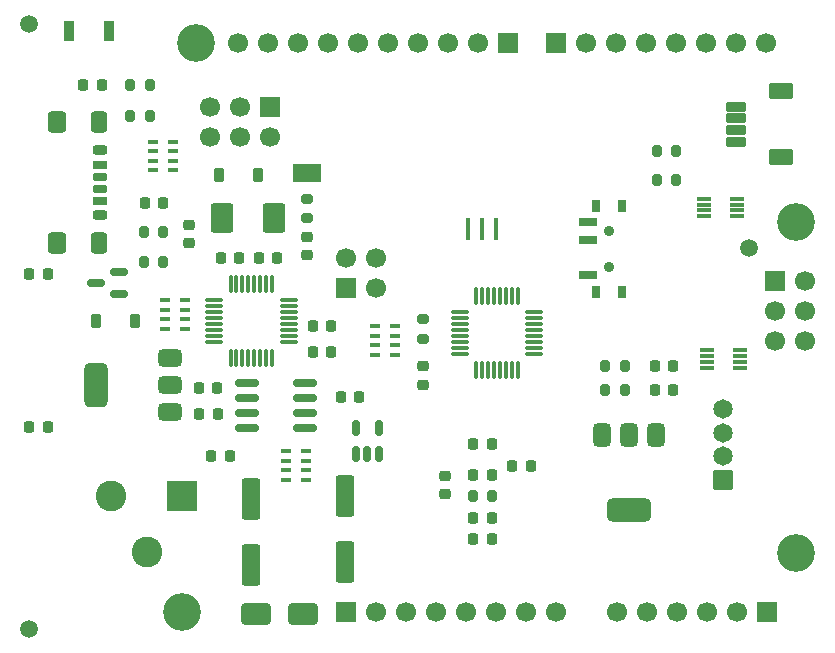
<source format=gbr>
%TF.GenerationSoftware,KiCad,Pcbnew,9.0.6*%
%TF.CreationDate,2026-01-05T12:25:03+01:00*%
%TF.ProjectId,arduino_uno_custom,61726475-696e-46f5-9f75-6e6f5f637573,rev?*%
%TF.SameCoordinates,Original*%
%TF.FileFunction,Soldermask,Top*%
%TF.FilePolarity,Negative*%
%FSLAX46Y46*%
G04 Gerber Fmt 4.6, Leading zero omitted, Abs format (unit mm)*
G04 Created by KiCad (PCBNEW 9.0.6) date 2026-01-05 12:25:03*
%MOMM*%
%LPD*%
G01*
G04 APERTURE LIST*
G04 Aperture macros list*
%AMRoundRect*
0 Rectangle with rounded corners*
0 $1 Rounding radius*
0 $2 $3 $4 $5 $6 $7 $8 $9 X,Y pos of 4 corners*
0 Add a 4 corners polygon primitive as box body*
4,1,4,$2,$3,$4,$5,$6,$7,$8,$9,$2,$3,0*
0 Add four circle primitives for the rounded corners*
1,1,$1+$1,$2,$3*
1,1,$1+$1,$4,$5*
1,1,$1+$1,$6,$7*
1,1,$1+$1,$8,$9*
0 Add four rect primitives between the rounded corners*
20,1,$1+$1,$2,$3,$4,$5,0*
20,1,$1+$1,$4,$5,$6,$7,0*
20,1,$1+$1,$6,$7,$8,$9,0*
20,1,$1+$1,$8,$9,$2,$3,0*%
G04 Aperture macros list end*
%ADD10RoundRect,0.102000X0.900000X-0.600000X0.900000X0.600000X-0.900000X0.600000X-0.900000X-0.600000X0*%
%ADD11RoundRect,0.102000X0.775000X-0.300000X0.775000X0.300000X-0.775000X0.300000X-0.775000X-0.300000X0*%
%ADD12R,1.700000X1.700000*%
%ADD13C,1.700000*%
%ADD14RoundRect,0.075000X0.075000X-0.662500X0.075000X0.662500X-0.075000X0.662500X-0.075000X-0.662500X0*%
%ADD15RoundRect,0.075000X0.662500X-0.075000X0.662500X0.075000X-0.662500X0.075000X-0.662500X-0.075000X0*%
%ADD16RoundRect,0.102000X0.719000X-0.719000X0.719000X0.719000X-0.719000X0.719000X-0.719000X-0.719000X0*%
%ADD17C,1.642000*%
%ADD18RoundRect,0.200000X0.200000X0.275000X-0.200000X0.275000X-0.200000X-0.275000X0.200000X-0.275000X0*%
%ADD19RoundRect,0.218750X-0.218750X-0.256250X0.218750X-0.256250X0.218750X0.256250X-0.218750X0.256250X0*%
%ADD20RoundRect,0.150000X0.587500X0.150000X-0.587500X0.150000X-0.587500X-0.150000X0.587500X-0.150000X0*%
%ADD21RoundRect,0.175000X-0.425000X0.175000X-0.425000X-0.175000X0.425000X-0.175000X0.425000X0.175000X0*%
%ADD22RoundRect,0.190000X0.410000X-0.190000X0.410000X0.190000X-0.410000X0.190000X-0.410000X-0.190000X0*%
%ADD23RoundRect,0.200000X0.400000X-0.200000X0.400000X0.200000X-0.400000X0.200000X-0.400000X-0.200000X0*%
%ADD24RoundRect,0.175000X0.425000X-0.175000X0.425000X0.175000X-0.425000X0.175000X-0.425000X-0.175000X0*%
%ADD25RoundRect,0.190000X-0.410000X0.190000X-0.410000X-0.190000X0.410000X-0.190000X0.410000X0.190000X0*%
%ADD26RoundRect,0.200000X-0.400000X0.200000X-0.400000X-0.200000X0.400000X-0.200000X0.400000X0.200000X0*%
%ADD27RoundRect,0.250000X-0.425000X0.650000X-0.425000X-0.650000X0.425000X-0.650000X0.425000X0.650000X0*%
%ADD28RoundRect,0.250000X-0.500000X0.650000X-0.500000X-0.650000X0.500000X-0.650000X0.500000X0.650000X0*%
%ADD29RoundRect,0.225000X0.225000X0.250000X-0.225000X0.250000X-0.225000X-0.250000X0.225000X-0.250000X0*%
%ADD30R,2.600000X2.600000*%
%ADD31C,2.600000*%
%ADD32RoundRect,0.225000X0.225000X0.375000X-0.225000X0.375000X-0.225000X-0.375000X0.225000X-0.375000X0*%
%ADD33RoundRect,0.150000X0.150000X-0.512500X0.150000X0.512500X-0.150000X0.512500X-0.150000X-0.512500X0*%
%ADD34C,3.200000*%
%ADD35RoundRect,0.225000X-0.225000X-0.250000X0.225000X-0.250000X0.225000X0.250000X-0.225000X0.250000X0*%
%ADD36RoundRect,0.200000X-0.275000X0.200000X-0.275000X-0.200000X0.275000X-0.200000X0.275000X0.200000X0*%
%ADD37R,0.900000X0.400000*%
%ADD38RoundRect,0.225000X0.250000X-0.225000X0.250000X0.225000X-0.250000X0.225000X-0.250000X-0.225000X0*%
%ADD39C,1.500000*%
%ADD40RoundRect,0.250000X0.700000X1.000000X-0.700000X1.000000X-0.700000X-1.000000X0.700000X-1.000000X0*%
%ADD41RoundRect,0.087500X0.537500X0.087500X-0.537500X0.087500X-0.537500X-0.087500X0.537500X-0.087500X0*%
%ADD42RoundRect,0.225000X-0.250000X0.225000X-0.250000X-0.225000X0.250000X-0.225000X0.250000X0.225000X0*%
%ADD43R,0.400000X1.900000*%
%ADD44R,0.900000X1.700000*%
%ADD45RoundRect,0.075000X-0.075000X0.662500X-0.075000X-0.662500X0.075000X-0.662500X0.075000X0.662500X0*%
%ADD46RoundRect,0.075000X-0.662500X0.075000X-0.662500X-0.075000X0.662500X-0.075000X0.662500X0.075000X0*%
%ADD47R,0.800000X1.000000*%
%ADD48C,0.900000*%
%ADD49R,1.500000X0.700000*%
%ADD50RoundRect,0.250000X1.000000X0.650000X-1.000000X0.650000X-1.000000X-0.650000X1.000000X-0.650000X0*%
%ADD51RoundRect,0.375000X-0.375000X0.625000X-0.375000X-0.625000X0.375000X-0.625000X0.375000X0.625000X0*%
%ADD52RoundRect,0.500000X-1.400000X0.500000X-1.400000X-0.500000X1.400000X-0.500000X1.400000X0.500000X0*%
%ADD53RoundRect,0.250000X-0.550000X1.500000X-0.550000X-1.500000X0.550000X-1.500000X0.550000X1.500000X0*%
%ADD54RoundRect,0.087500X-0.537500X-0.087500X0.537500X-0.087500X0.537500X0.087500X-0.537500X0.087500X0*%
%ADD55RoundRect,0.150000X0.825000X0.150000X-0.825000X0.150000X-0.825000X-0.150000X0.825000X-0.150000X0*%
%ADD56R,1.000000X1.500000*%
%ADD57RoundRect,0.200000X-0.200000X-0.275000X0.200000X-0.275000X0.200000X0.275000X-0.200000X0.275000X0*%
%ADD58RoundRect,0.218750X0.218750X0.256250X-0.218750X0.256250X-0.218750X-0.256250X0.218750X-0.256250X0*%
%ADD59RoundRect,0.375000X0.625000X0.375000X-0.625000X0.375000X-0.625000X-0.375000X0.625000X-0.375000X0*%
%ADD60RoundRect,0.500000X0.500000X1.400000X-0.500000X1.400000X-0.500000X-1.400000X0.500000X-1.400000X0*%
G04 APERTURE END LIST*
%TO.C,RESET-EN1*%
G36*
X141600000Y-83850000D02*
G01*
X141900000Y-83850000D01*
X141900000Y-85350000D01*
X141600000Y-85350000D01*
X141600000Y-83850000D01*
G37*
%TD*%
D10*
%TO.C,J3*%
X181925000Y-77700000D03*
X181925000Y-83300000D03*
D11*
X178050000Y-79000000D03*
X178050000Y-80000000D03*
X178050000Y-81000000D03*
X178050000Y-82000000D03*
%TD*%
D12*
%TO.C,J1*%
X138600000Y-79000000D03*
D13*
X138600000Y-81540000D03*
X136060000Y-79000000D03*
X136060000Y-81540000D03*
X133520000Y-79000000D03*
X133520000Y-81540000D03*
%TD*%
D14*
%TO.C,U2*%
X135287500Y-100312500D03*
X135787500Y-100312500D03*
X136287500Y-100312500D03*
X136787500Y-100312500D03*
X137287500Y-100312500D03*
X137787500Y-100312500D03*
X138287500Y-100312500D03*
X138787500Y-100312500D03*
D15*
X140200000Y-98900000D03*
X140200000Y-98400000D03*
X140200000Y-97900000D03*
X140200000Y-97400000D03*
X140200000Y-96900000D03*
X140200000Y-96400000D03*
X140200000Y-95900000D03*
X140200000Y-95400000D03*
D14*
X138787500Y-93987500D03*
X138287500Y-93987500D03*
X137787500Y-93987500D03*
X137287500Y-93987500D03*
X136787500Y-93987500D03*
X136287500Y-93987500D03*
X135787500Y-93987500D03*
X135287500Y-93987500D03*
D15*
X133875000Y-95400000D03*
X133875000Y-95900000D03*
X133875000Y-96400000D03*
X133875000Y-96900000D03*
X133875000Y-97400000D03*
X133875000Y-97900000D03*
X133875000Y-98400000D03*
X133875000Y-98900000D03*
%TD*%
D16*
%TO.C,J9*%
X177000000Y-110600000D03*
D17*
X177000000Y-108600000D03*
X177000000Y-106600000D03*
X177000000Y-104600000D03*
%TD*%
D18*
%TO.C,R8*%
X168650000Y-101000000D03*
X167000000Y-101000000D03*
%TD*%
D19*
%TO.C,D3*%
X118212500Y-93200000D03*
X119787500Y-93200000D03*
%TD*%
D20*
%TO.C,Q1*%
X125800000Y-94900000D03*
X125800000Y-93000000D03*
X123925000Y-93950000D03*
%TD*%
D19*
%TO.C,F1*%
X128025000Y-87200000D03*
X129600000Y-87200000D03*
%TD*%
D21*
%TO.C,J8*%
X124200000Y-84950000D03*
D22*
X124200000Y-86970000D03*
D23*
X124200000Y-88200000D03*
D24*
X124200000Y-85950000D03*
D25*
X124200000Y-83930000D03*
D26*
X124200000Y-82700000D03*
D27*
X124145000Y-80325000D03*
D28*
X120565000Y-80325000D03*
D27*
X124145000Y-90575000D03*
D28*
X120565000Y-90575000D03*
%TD*%
D29*
%TO.C,C9*%
X134200000Y-105000000D03*
X132650000Y-105000000D03*
%TD*%
D30*
%TO.C,X1*%
X131200000Y-112000000D03*
D31*
X125200000Y-112000000D03*
X128200000Y-116700000D03*
%TD*%
D32*
%TO.C,D1*%
X137600000Y-84800000D03*
X134300000Y-84800000D03*
%TD*%
D33*
%TO.C,U3*%
X145928000Y-108458000D03*
X146878000Y-108458000D03*
X147828000Y-108458000D03*
X147828000Y-106183000D03*
X145928000Y-106183000D03*
%TD*%
D34*
%TO.C,H3*%
X183200000Y-88800000D03*
%TD*%
D35*
%TO.C,C15*%
X155850000Y-115600000D03*
X157400000Y-115600000D03*
%TD*%
D29*
%TO.C,C10*%
X134175000Y-102800000D03*
X132625000Y-102800000D03*
%TD*%
D36*
%TO.C,R3*%
X141800000Y-86800000D03*
X141800000Y-88450000D03*
%TD*%
D37*
%TO.C,RN2*%
X131400000Y-97800000D03*
X131400000Y-97000000D03*
X131400000Y-96200000D03*
X131400000Y-95400000D03*
X129700000Y-95400000D03*
X129700000Y-96200000D03*
X129700000Y-97000000D03*
X129700000Y-97800000D03*
%TD*%
D36*
%TO.C,R1*%
X151600000Y-97000000D03*
X151600000Y-98650000D03*
%TD*%
D38*
%TO.C,C6*%
X131800000Y-90550000D03*
X131800000Y-89000000D03*
%TD*%
D39*
%TO.C,FID1*%
X118200000Y-123200000D03*
%TD*%
D35*
%TO.C,C18*%
X133650000Y-108600000D03*
X135200000Y-108600000D03*
%TD*%
%TO.C,C12*%
X144650000Y-103600000D03*
X146200000Y-103600000D03*
%TD*%
D18*
%TO.C,R2*%
X157450000Y-112000000D03*
X155800000Y-112000000D03*
%TD*%
D35*
%TO.C,C3*%
X155850000Y-110200000D03*
X157400000Y-110200000D03*
%TD*%
D12*
%TO.C,J5*%
X180700000Y-121800000D03*
D13*
X178160000Y-121800000D03*
X175620000Y-121800000D03*
X173080000Y-121800000D03*
X170540000Y-121800000D03*
X168000000Y-121800000D03*
%TD*%
D12*
%TO.C,J7*%
X145040000Y-121800000D03*
D13*
X147580000Y-121800000D03*
X150120000Y-121800000D03*
X152660000Y-121800000D03*
X155200000Y-121800000D03*
X157740000Y-121800000D03*
X160280000Y-121800000D03*
X162820000Y-121800000D03*
%TD*%
D40*
%TO.C,Y2*%
X139000000Y-88400000D03*
X134600000Y-88400000D03*
%TD*%
D35*
%TO.C,C14*%
X155850000Y-113800000D03*
X157400000Y-113800000D03*
%TD*%
D19*
%TO.C,RX*%
X142225000Y-99800000D03*
X143800000Y-99800000D03*
%TD*%
D39*
%TO.C,FID2*%
X118200000Y-72000000D03*
%TD*%
D35*
%TO.C,C5*%
X155850000Y-107600000D03*
X157400000Y-107600000D03*
%TD*%
D41*
%TO.C,U8*%
X178200000Y-88300000D03*
X178200000Y-87800000D03*
X178200000Y-87300000D03*
X178200000Y-86800000D03*
X175400000Y-86800000D03*
X175400000Y-87300000D03*
X175400000Y-87800000D03*
X175400000Y-88300000D03*
%TD*%
D42*
%TO.C,C4*%
X151600000Y-101000000D03*
X151600000Y-102550000D03*
%TD*%
D43*
%TO.C,Y3*%
X155400000Y-89400000D03*
X156600000Y-89400000D03*
X157800000Y-89400000D03*
%TD*%
D18*
%TO.C,R5*%
X129600000Y-92200000D03*
X127950000Y-92200000D03*
%TD*%
D34*
%TO.C,H2*%
X132400000Y-73600000D03*
%TD*%
D29*
%TO.C,C21*%
X172775000Y-101000000D03*
X171225000Y-101000000D03*
%TD*%
D44*
%TO.C,SW1*%
X125000000Y-72600000D03*
X121600000Y-72600000D03*
%TD*%
D45*
%TO.C,U1*%
X159600000Y-95000000D03*
X159100000Y-95000000D03*
X158600000Y-95000000D03*
X158100000Y-95000000D03*
X157600000Y-95000000D03*
X157100000Y-95000000D03*
X156600000Y-95000000D03*
X156100000Y-95000000D03*
D46*
X154687500Y-96412500D03*
X154687500Y-96912500D03*
X154687500Y-97412500D03*
X154687500Y-97912500D03*
X154687500Y-98412500D03*
X154687500Y-98912500D03*
X154687500Y-99412500D03*
X154687500Y-99912500D03*
D45*
X156100000Y-101325000D03*
X156600000Y-101325000D03*
X157100000Y-101325000D03*
X157600000Y-101325000D03*
X158100000Y-101325000D03*
X158600000Y-101325000D03*
X159100000Y-101325000D03*
X159600000Y-101325000D03*
D46*
X161012500Y-99912500D03*
X161012500Y-99412500D03*
X161012500Y-98912500D03*
X161012500Y-98412500D03*
X161012500Y-97912500D03*
X161012500Y-97412500D03*
X161012500Y-96912500D03*
X161012500Y-96412500D03*
%TD*%
D47*
%TO.C,SW2*%
X166190000Y-94700000D03*
X168400000Y-94700000D03*
D48*
X167300000Y-92550000D03*
X167300000Y-89550000D03*
D47*
X166190000Y-87400000D03*
X168400000Y-87400000D03*
D49*
X165540000Y-93300000D03*
X165540000Y-90300000D03*
X165540000Y-88800000D03*
%TD*%
D19*
%TO.C,TX*%
X142225000Y-97600000D03*
X143800000Y-97600000D03*
%TD*%
D50*
%TO.C,D4*%
X141400000Y-122000000D03*
X137400000Y-122000000D03*
%TD*%
D51*
%TO.C,U6*%
X171300000Y-106850000D03*
X169000000Y-106850000D03*
D52*
X169000000Y-113150000D03*
D51*
X166700000Y-106850000D03*
%TD*%
D19*
%TO.C,ON*%
X118225000Y-106172000D03*
X119800000Y-106172000D03*
%TD*%
D53*
%TO.C,C17*%
X137000000Y-112200000D03*
X137000000Y-117800000D03*
%TD*%
D29*
%TO.C,C19*%
X172750000Y-103000000D03*
X171200000Y-103000000D03*
%TD*%
D19*
%TO.C,FB1*%
X122825000Y-77200000D03*
X124400000Y-77200000D03*
%TD*%
D34*
%TO.C,H1*%
X131200000Y-121800000D03*
%TD*%
D39*
%TO.C,FID3*%
X179200000Y-91000000D03*
%TD*%
D18*
%TO.C,R4*%
X129600000Y-89600000D03*
X127950000Y-89600000D03*
%TD*%
D34*
%TO.C,H4*%
X183200000Y-116800000D03*
%TD*%
D54*
%TO.C,U7*%
X175600000Y-99650000D03*
X175600000Y-100150000D03*
X175600000Y-100650000D03*
X175600000Y-101150000D03*
X178400000Y-101150000D03*
X178400000Y-100650000D03*
X178400000Y-100150000D03*
X178400000Y-99650000D03*
%TD*%
D55*
%TO.C,U4*%
X141600000Y-106210000D03*
X141600000Y-104940000D03*
X141600000Y-103670000D03*
X141600000Y-102400000D03*
X136650000Y-102400000D03*
X136650000Y-103670000D03*
X136650000Y-104940000D03*
X136650000Y-106210000D03*
%TD*%
D38*
%TO.C,C11*%
X141800000Y-91600000D03*
X141800000Y-90050000D03*
%TD*%
D37*
%TO.C,RN4*%
X149200000Y-100000000D03*
X149200000Y-99200000D03*
X149200000Y-98400000D03*
X149200000Y-97600000D03*
X147500000Y-97600000D03*
X147500000Y-98400000D03*
X147500000Y-99200000D03*
X147500000Y-100000000D03*
%TD*%
D56*
%TO.C,RESET-EN1*%
X141100000Y-84600000D03*
X142400000Y-84600000D03*
%TD*%
D18*
%TO.C,R7*%
X128425000Y-79800000D03*
X126775000Y-79800000D03*
%TD*%
D37*
%TO.C,RN3*%
X130400000Y-84400000D03*
X130400000Y-83600000D03*
X130400000Y-82800000D03*
X130400000Y-82000000D03*
X128700000Y-82000000D03*
X128700000Y-82800000D03*
X128700000Y-83600000D03*
X128700000Y-84400000D03*
%TD*%
D57*
%TO.C,R11*%
X171350000Y-85200000D03*
X173000000Y-85200000D03*
%TD*%
D37*
%TO.C,RN1*%
X141700000Y-110600000D03*
X141700000Y-109800000D03*
X141700000Y-109000000D03*
X141700000Y-108200000D03*
X140000000Y-108200000D03*
X140000000Y-109000000D03*
X140000000Y-109800000D03*
X140000000Y-110600000D03*
%TD*%
D53*
%TO.C,C16*%
X145000000Y-112000000D03*
X145000000Y-117600000D03*
%TD*%
D18*
%TO.C,R6*%
X128425000Y-77200000D03*
X126775000Y-77200000D03*
%TD*%
D12*
%TO.C,J6*%
X162860000Y-73600000D03*
D13*
X165400000Y-73600000D03*
X167940000Y-73600000D03*
X170480000Y-73600000D03*
X173020000Y-73600000D03*
X175560000Y-73600000D03*
X178100000Y-73600000D03*
X180640000Y-73600000D03*
%TD*%
D18*
%TO.C,R10*%
X173000000Y-82800000D03*
X171350000Y-82800000D03*
%TD*%
D42*
%TO.C,C13*%
X153400000Y-110250000D03*
X153400000Y-111800000D03*
%TD*%
D12*
%TO.C,J4*%
X158800000Y-73600000D03*
D13*
X156260000Y-73600000D03*
X153720000Y-73600000D03*
X151180000Y-73600000D03*
X148640000Y-73600000D03*
X146100000Y-73600000D03*
X143560000Y-73600000D03*
X141020000Y-73600000D03*
X138480000Y-73600000D03*
X135940000Y-73600000D03*
%TD*%
D12*
%TO.C,J2*%
X145060000Y-94340000D03*
D13*
X145060000Y-91800000D03*
X147600000Y-94340000D03*
X147600000Y-91800000D03*
%TD*%
D29*
%TO.C,C8*%
X139250000Y-91800000D03*
X137700000Y-91800000D03*
%TD*%
D58*
%TO.C,FB2*%
X160725000Y-109400000D03*
X159150000Y-109400000D03*
%TD*%
D59*
%TO.C,U5*%
X130200000Y-104900000D03*
X130200000Y-102600000D03*
D60*
X123900000Y-102600000D03*
D59*
X130200000Y-100300000D03*
%TD*%
D32*
%TO.C,D2*%
X127200000Y-97200000D03*
X123900000Y-97200000D03*
%TD*%
D57*
%TO.C,R9*%
X167000000Y-103000000D03*
X168650000Y-103000000D03*
%TD*%
D12*
%TO.C,ICSP1*%
X181400000Y-93800000D03*
D13*
X183940000Y-93800000D03*
X181400000Y-96340000D03*
X183940000Y-96340000D03*
X181400000Y-98880000D03*
X183940000Y-98880000D03*
%TD*%
D29*
%TO.C,C7*%
X136000000Y-91800000D03*
X134450000Y-91800000D03*
%TD*%
M02*

</source>
